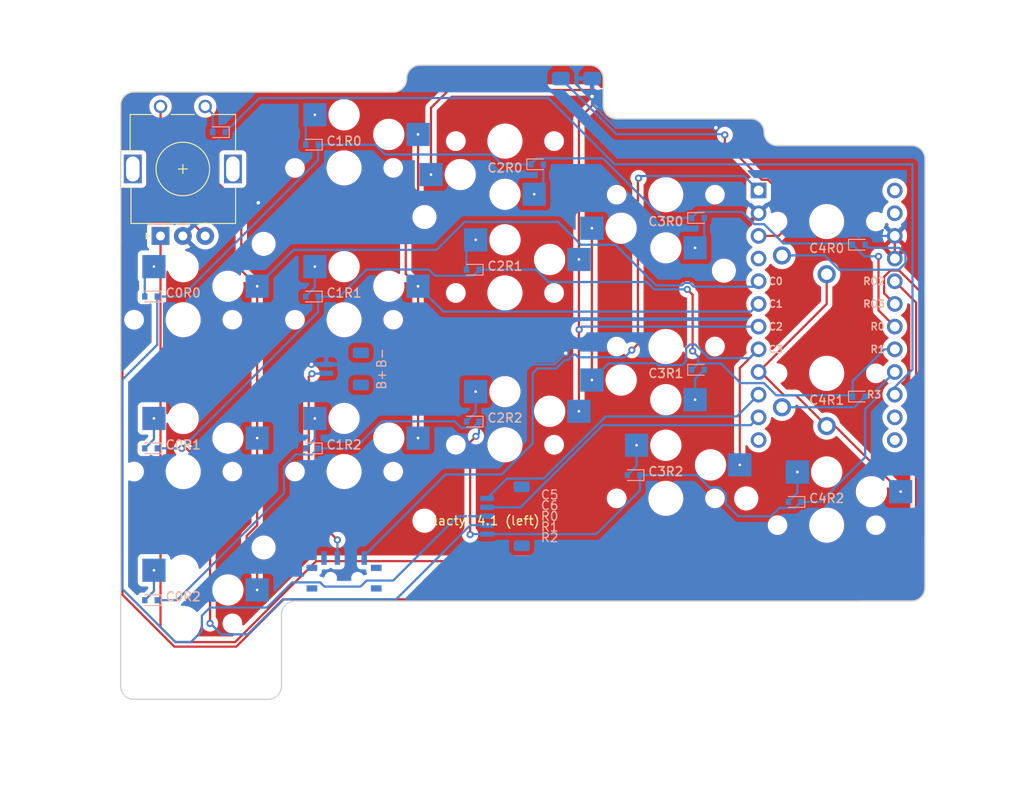
<source format=kicad_pcb>
(kicad_pcb (version 20221018) (generator pcbnew)
  (title_block (title "left") (rev "v1.0.0") (company "Unknown"))
  (layers (0 "F.Cu" signal) (31 "B.Cu" signal) (34 "B.Paste" user) (35 "F.Paste" user) (36 "B.SilkS" user "B.Silkscreen") (37 "F.SilkS" user "F.Silkscreen") (38 "B.Mask" user) (39 "F.Mask" user) (44 "Edge.Cuts" user))
  (net 0 "")
  (net 1 "C0")
  (net 2 "C0R0D")
  (net 3 "R0")
  (net 4 "C0R1D")
  (net 5 "R1")
  (net 6 "C0R2D")
  (net 7 "R2")
  (net 8 "C1")
  (net 9 "C1R0D")
  (net 10 "C1R1D")
  (net 11 "C1R2D")
  (net 12 "C2")
  (net 13 "C2R0D")
  (net 14 "C2R1D")
  (net 15 "C2R2D")
  (net 16 "C3")
  (net 17 "C3R0D")
  (net 18 "C3R1D")
  (net 19 "C3R2D")
  (net 20 "C4")
  (net 21 "C4R0D")
  (net 22 "C4R1D")
  (net 23 "C4R2D")
  (net 24 "C0R3D")
  (net 25 "P2")
  (net 26 "P3")
  (net 27 "GND")
  (net 28 "R3")
  (net 29 "RAW")
  (net 30 "BSLI")
  (net 31 "three")
  (net 32 "RST")
  (net 33 "VCC")
  (net 34 "C5")
  (net 35 "C6")
  (net 36 "P10")
  (net 37 "P1")
  (net 38 "P0")
  (net 39 "P8")
  (net 40 "P9")
  (footprint "MountingHole_2.2mm_M2" (layer "F.Cu") (at 63 -14)
    (fp_text reference "H5" hide)
    (fp_text value "")
  )
  (footprint "MountingHole_2.2mm_M2" (layer "F.Cu") (at 27 -11.5)
    (fp_text reference "H3" hide)
    (fp_text value "")
  )
  (footprint "somelogo" (layer "F.Cu") (at 33.5 -11.5)
    (fp_text reference "T1" hide)
    (fp_text value "Flactyl 4.1 (left)")
  )
  (footprint "MountingHole_2.2mm_M2" (layer "F.Cu") (at 27 -45.5)
    (fp_text reference "H4" hide)
    (fp_text value "")
  )
  (footprint "MountingHole_2.2mm_M2" (layer "F.Cu") (at 9 -42.5)
    (fp_text reference "H2" hide)
    (fp_text value "")
  )
  (footprint "easyeda:SW-TH_MSK12C02-HB-1" (layer "F.Cu") (at 18 -5.5 180)
    (fp_text reference "SS1" hide)
    (fp_text value "SW-TH_MSK12C02-HB-1" hide)
  )
  (footprint "rotary_encoder" (layer "F.Cu") (at 0 -51 90)
    (fp_text reference "ROT1" hide)
    (fp_text value "")
  )
  (footprint "MountingHole_2.2mm_M2" (layer "F.Cu") (at 9 -8.5)
    (fp_text reference "H1" hide)
    (fp_text value "")
  )
  (footprint "MountingHole_2.2mm_M2" (layer "F.Cu") (at 60.5 -39.5)
    (fp_text reference "H6" hide)
    (fp_text value "")
  )
  (footprint "Kailh_socket_PG1350_no_silk" (layer "B.Cu") (at 0 -17 180)
    (fp_text reference "S2" hide)
    (fp_text value "")
  )
  (footprint "Kailh_socket_PG1350_no_silk" (layer "B.Cu") (at 36 -54)
    (fp_text reference "S7" hide)
    (fp_text value "")
  )
  (footprint "D_SOD-523" (layer "B.Cu") (at 75.6 -25.4)
    (fp_text reference "D14" hide)
    (fp_text value "D_SOD-523")
  )
  (footprint "Kailh_socket_PG1350_no_silk" (layer "B.Cu") (at 72 -11 180)
    (fp_text reference "S15" hide)
    (fp_text value "")
  )
  (footprint "D_SOD-523" (layer "B.Cu") (at 39.6 -51.4)
    (fp_text reference "D7" hide)
    (fp_text value "D_SOD-523")
  )
  (footprint "NiceNano" (layer "B.Cu") (at 72 -34.5 -90)
    (fp_text reference "MCU1" hide)
    (fp_text value "" hide)
  )
  (footprint "D_SOD-523" (layer "B.Cu") (at -3.6 -2.6 180)
    (fp_text reference "D3" hide)
    (fp_text value "D_SOD-523")
  )
  (footprint "Kailh_socket_PG1350_no_silk" (layer "B.Cu") (at 54 -31)
    (fp_text reference "S11" hide)
    (fp_text value "")
  )
  (footprint "Kailh_socket_PG1350_no_silk" (layer "B.Cu") (at 54 -48)
    (fp_text reference "S10" hide)
    (fp_text value "")
  )
  (footprint "Kailh_socket_PG1350_no_silk" (layer "B.Cu") (at 36 -20 180)
    (fp_text reference "S9" hide)
    (fp_text value "")
  )
  (footprint "Kailh_socket_PG1350_no_silk" (layer "B.Cu") (at 72 -28)
    (fp_text reference "S14" hide)
    (fp_text value "")
  )
  (footprint "Kailh_socket_PG1350_no_silk" (layer "B.Cu") (at 54 -14 180)
    (fp_text reference "S12" hide)
    (fp_text value "")
  )
  (footprint "D_SOD-523" (layer "B.Cu") (at 50.4 -16.6 180)
    (fp_text reference "D12" hide)
    (fp_text value "D_SOD-523")
  )
  (footprint "D_SOD-523" (layer "B.Cu") (at 57.6 -28.4)
    (fp_text reference "D11" hide)
    (fp_text value "D_SOD-523")
  )
  (footprint "D_SOD-523" (layer "B.Cu") (at -3.6 -19.6 180)
    (fp_text reference "D2" hide)
    (fp_text value "D_SOD-523")
  )
  (footprint "D_SOD-523" (layer "B.Cu") (at -3.6 -36.6 180)
    (fp_text reference "D1" hide)
    (fp_text value "D_SOD-523")
  )
  (footprint "Kailh_socket_PG1350_no_silk" (layer "B.Cu") (at 18 -17 180)
    (fp_text reference "S6" hide)
    (fp_text value "")
  )
  (footprint "Kailh_socket_PG1350_no_silk" (layer "B.Cu") (at 0 -34 180)
    (fp_text reference "S1" hide)
    (fp_text value "")
  )
  (footprint "JST_SH_SM02B-SRSS-TB_1x02-1MP_P1.00mm_Horizontal" (layer "B.Cu") (at 18 -28.5 -90)
    (fp_text reference "JB1" hide)
    (fp_text value "JST_SH_SM02B-SRSS-TB_1x02-1MP_P1.00mm_Horizontal" hide)
  )
  (footprint "JST_SH_SM05B-SRSS-TB_1x05-1MP_P1.00mm_Horizontal" (layer "B.Cu") (at 36 -12 -90)
    (fp_text reference "JC1" hide)
    (fp_text value "")
  )
  (footprint "Kailh_socket_PG1350_no_silk" (layer "B.Cu") (at 72 -45)
    (fp_text reference "S13" hide)
    (fp_text value "")
  )
  (footprint "Kailh_socket_PG1350_no_silk" (layer "B.Cu") (at 36 -37 180)
    (fp_text reference "S8" hide)
    (fp_text value "")
  )
  (footprint "Kailh_socket_PG1350_no_silk" (layer "B.Cu") (at 18 -51 180)
    (fp_text reference "S4" hide)
    (fp_text value "")
  )
  (footprint "D_SOD-523" (layer "B.Cu") (at 14.4 -36.6 180)
    (fp_text reference "D5" hide)
    (fp_text value "D_SOD-523")
  )
  (footprint "D_SOD-523" (layer "B.Cu") (at 57.6 -45.4)
    (fp_text reference "D10" hide)
    (fp_text value "D_SOD-523")
  )
  (footprint "Kailh_socket_PG1350_no_silk" (layer "B.Cu") (at 18 -34 180)
    (fp_text reference "S5" hide)
    (fp_text value "")
  )
  (footprint "D_SOD-523" (layer "B.Cu") (at 14.4 -19.6 180)
    (fp_text reference "D6" hide)
    (fp_text value "D_SOD-523")
  )
  (footprint "D_SOD-523" (layer "B.Cu") (at 75.6 -42.4)
    (fp_text reference "D13" hide)
    (fp_text value "D_SOD-523")
  )
  (footprint "D_SOD-523" (layer "B.Cu") (at 32.4 -22.6 180)
    (fp_text reference "D9" hide)
    (fp_text value "D_SOD-523")
  )
  (footprint "Kailh_socket_PG1350_no_silk" (layer "B.Cu") (at 0 0 180)
    (fp_text reference "S3" hide)
    (fp_text value "")
  )
  (footprint "D_SOD-523" (layer "B.Cu") (at 14.4 -53.6 180)
    (fp_text reference "D4" hide)
    (fp_text value "D_SOD-523")
  )
  (footprint "D_SOD-523" (layer "B.Cu") (at 68.4 -13.6 180)
    (fp_text reference "D15" hide)
    (fp_text value "D_SOD-523")
  )
  (footprint "D_SOD-523" (layer "B.Cu") (at 4 -55 180)
    (fp_text reference "D16" hide)
    (fp_text value "D_SOD-523")
  )
  (footprint "b3u-1000P" (layer "B.Cu") (at 44 -61 180)
    (fp_text reference "SB1" hide)
    (fp_text value "b3u-1000P")
  )
  (footprint "D_SOD-523" (layer "B.Cu") (at 32.4 -39.6 180)
    (fp_text reference "D8" hide)
    (fp_text value "D_SOD-523")
  )
  (gr_line (start -7 7.01) (end -7 -58.01) (stroke (width 0.15)) (layer "Edge.Cuts"))
  (gr_line (start 63.51 -56.5) (end 48.49 -56.5) (stroke (width 0.15)) (layer "Edge.Cuts"))
  (gr_line (start 45.51 -62.5) (end 26.49 -62.5) (stroke (width 0.15)) (layer "Edge.Cuts"))
  (gr_arc (start 25 -60.99) (mid 24.563589 -59.936411) (end 23.51 -59.5) (stroke (width 0.15)) (layer "Edge.Cuts"))
  (gr_line (start 25 -61.01) (end 25 -60.99) (stroke (width 0.15)) (layer "Edge.Cuts"))
  (gr_arc (start 11 7.01) (mid 10.563589 8.063589) (end 9.51 8.5) (stroke (width 0.15)) (layer "Edge.Cuts"))
  (gr_line (start 83 -3.99) (end 83 -52.01) (stroke (width 0.15)) (layer "Edge.Cuts"))
  (gr_line (start -5.51 8.5) (end 9.51 8.5) (stroke (width 0.15)) (layer "Edge.Cuts"))
  (gr_arc (start 66.49 -53.5) (mid 65.436411 -53.936411) (end 65 -54.99) (stroke (width 0.15)) (layer "Edge.Cuts"))
  (gr_arc (start 25 -61.01) (mid 25.436411 -62.063589) (end 26.49 -62.5) (stroke (width 0.15)) (layer "Edge.Cuts"))
  (gr_arc (start -5.51 8.5) (mid -6.563589 8.063589) (end -7 7.01) (stroke (width 0.15)) (layer "Edge.Cuts"))
  (gr_line (start 12.49 -2.5) (end 81.51 -2.5) (stroke (width 0.15)) (layer "Edge.Cuts"))
  (gr_arc (start 63.51 -56.5) (mid 64.563589 -56.063589) (end 65 -55.01) (stroke (width 0.15)) (layer "Edge.Cuts"))
  (gr_arc (start 83 -3.99) (mid 82.563589 -2.936411) (end 81.51 -2.5) (stroke (width 0.15)) (layer "Edge.Cuts"))
  (gr_line (start 81.51 -53.5) (end 66.49 -53.5) (stroke (width 0.15)) (layer "Edge.Cuts"))
  (gr_line (start 11 7.01) (end 11 -1.01) (stroke (width 0.15)) (layer "Edge.Cuts"))
  (gr_arc (start 81.51 -53.5) (mid 82.563589 -53.063589) (end 83 -52.01) (stroke (width 0.15)) (layer "Edge.Cuts"))
  (gr_arc (start 11 -1.01) (mid 11.436411 -2.063589) (end 12.49 -2.5) (stroke (width 0.15)) (layer "Edge.Cuts"))
  (gr_arc (start 45.51 -62.5) (mid 46.563589 -62.063589) (end 47 -61.01) (stroke (width 0.15)) (layer "Edge.Cuts"))
  (gr_line (start 47 -57.99) (end 47 -61.01) (stroke (width 0.15)) (layer "Edge.Cuts"))
  (gr_arc (start 48.49 -56.5) (mid 47.436411 -56.936411) (end 47 -57.99) (stroke (width 0.15)) (layer "Edge.Cuts"))
  (gr_line (start 65 -54.99) (end 65 -55.01) (stroke (width 0.15)) (layer "Edge.Cuts"))
  (gr_line (start -5.51 -59.5) (end 23.51 -59.5) (stroke (width 0.15)) (layer "Edge.Cuts"))
  (gr_arc (start -7 -58.01) (mid -6.563589 -59.063589) (end -5.51 -59.5) (stroke (width 0.15)) (layer "Edge.Cuts"))
  (segment (start 7.1 -9.8) (end 7.1 -6.9) (width 0.25) (layer "F.Cu") (net 1))
  (segment (start 6.5 -47.9) (end 5.29 -47.9) (width 0.25) (layer "F.Cu") (net 1))
  (segment (start 7.1 -6.9) (end 8.275 -5.725) (width 0.25) (layer "F.Cu") (net 1))
  (segment (start 8.275 -37.75) (end 6.5 -39.525) (width 0.25) (layer "F.Cu") (net 1))
  (segment (start 5.29 -47.9) (end -2.54 -55.73) (width 0.25) (layer "F.Cu") (net 1))
  (segment (start 8.275 -20.75) (end 8.275 -37.75) (width 0.25) (layer "F.Cu") (net 1))
  (segment (start 8.275 -10.975) (end 7.1 -9.8) (width 0.25) (layer "F.Cu") (net 1))
  (segment (start 6.5 -39.525) (end 6.5 -47.9) (width 0.25) (layer "F.Cu") (net 1))
  (segment (start -2.54 -55.73) (end -2.54 -57.88) (width 0.25) (layer "F.Cu") (net 1))
  (segment (start 8.275 -20.75) (end 8.275 -10.975) (width 0.25) (layer "F.Cu") (net 1))
  (segment (start 8.275 -5.725) (end 8.275 -3.75) (width 0.25) (layer "F.Cu") (net 1))
  (segment (start 12.35 -41.825) (end 28.35 -41.825) (width 0.25) (layer "B.Cu") (net 1))
  (segment (start 57.125 -37.7) (end 63.77 -37.7) (width 0.25) (layer "B.Cu") (net 1))
  (segment (start 8.275 -37.75) (end 12.35 -41.825) (width 0.25) (layer "B.Cu") (net 1))
  (segment (start 41.95 -44.95) (end 44.5 -42.4) (width 0.25) (layer "B.Cu") (net 1))
  (segment (start 31.475 -44.95) (end 41.95 -44.95) (width 0.25) (layer "B.Cu") (net 1))
  (segment (start 44.5 -42.4) (end 48.35 -42.4) (width 0.25) (layer "B.Cu") (net 1))
  (segment (start 52.9 -37.85) (end 55.824695 -37.85) (width 0.25) (layer "B.Cu") (net 1))
  (segment (start 28.35 -41.825) (end 31.475 -44.95) (width 0.25) (layer "B.Cu") (net 1))
  (segment (start 56.7 -38.125) (end 57.125 -37.7) (width 0.25) (layer "B.Cu") (net 1))
  (segment (start 48.35 -42.4) (end 52.9 -37.85) (width 0.25) (layer "B.Cu") (net 1))
  (segment (start 56.099695 -38.125) (end 56.7 -38.125) (width 0.25) (layer "B.Cu") (net 1))
  (segment (start 63.77 -37.7) (end 64.38 -38.31) (width 0.25) (layer "B.Cu") (net 1))
  (segment (start 55.824695 -37.85) (end 56.099695 -38.125) (width 0.25) (layer "B.Cu") (net 1))
  (segment (start -4.3 -38.925) (end -3.275 -39.95) (width 0.25) (layer "B.Cu") (net 2))
  (segment (start -4.3 -36.6) (end -4.3 -38.925) (width 0.25) (layer "B.Cu") (net 2))
  (segment (start 77.8 -35.05) (end 79.62 -33.23) (width 0.25) (layer "F.Cu") (net 3))
  (segment (start 77.8 -41.1) (end 77.8 -35.05) (width 0.25) (layer "F.Cu") (net 3))
  (via (at 77.8 -41.1) (size 0.8) (drill 0.4) (layers "F.Cu" "B.Cu") (net 3))
  (segment (start 76.2 -41.1) (end 74.9 -42.4) (width 0.25) (layer "B.Cu") (net 3))
  (segment (start 65 -44.7) (end 67.159 -42.541) (width 0.25) (layer "B.Cu") (net 3))
  (segment (start -2.9 -31.2) (end -2.9 -36.6) (width 0.25) (layer "B.Cu") (net 3))
  (segment (start 22.59835 -52.5) (end 34.545001 -52.5) (width 0.25) (layer "B.Cu") (net 3))
  (segment (start 3.001501 -1.7775) (end 2.0895 -0.865499) (width 0.25) (layer "B.Cu") (net 3))
  (segment (start 77.8 -41.1) (end 76.2 -41.1) (width 0.25) (layer "B.Cu") (net 3))
  (segment (start 34.545001 -52.5) (end 35.645001 -51.4) (width 0.25) (layer "B.Cu") (net 3))
  (segment (start 34 -12) (end 30.7 -12) (width 0.25) (layer "B.Cu") (net 3))
  (segment (start -0.865499 2.0895) (end -6.8 -3.845001) (width 0.25) (layer "B.Cu") (net 3))
  (segment (start 67.159 -42.541) (end 74.759 -42.541) (width 0.25) (layer "B.Cu") (net 3))
  (segment (start 63.911105 -44.7) (end 65 -44.7) (width 0.25) (layer "B.Cu") (net 3))
  (segment (start 15.1 -51.866316) (end 15.1 -53.6) (width 0.25) (layer "B.Cu") (net 3))
  (segment (start 21.49835 -53.6) (end 22.59835 -52.5) (width 0.25) (layer "B.Cu") (net 3))
  (segment (start 30.7 -12) (end 23.5 -4.8) (width 0.25) (layer "B.Cu") (net 3))
  (segment (start -2.9 -36.6) (end -0.166316 -36.6) (width 0.25) (layer "B.Cu") (net 3))
  (segment (start 9.3775 -1.7775) (end 3.001501 -1.7775) (width 0.25) (layer "B.Cu") (net 3))
  (segment (start 2.0895 0.865499) (end 0.865499 2.0895) (width 0.25) (layer "B.Cu") (net 3))
  (segment (start 15.325 -4.595) (end 12.195 -4.595) (width 0.25) (layer "B.Cu") (net 3))
  (segment (start 56.9 -45.4) (end 57.575 -46.075) (width 0.25) (layer "B.Cu") (net 3))
  (segment (start 39.575 -52.075) (end 46.970001 -52.075) (width 0.25) (layer "B.Cu") (net 3))
  (segment (start 53.645001 -45.4) (end 56.9 -45.4) (width 0.25) (layer "B.Cu") (net 3))
  (segment (start 15.1 -53.6) (end 21.49835 -53.6) (width 0.25) (layer "B.Cu") (net 3))
  (segment (start -6.8 -3.845001) (end -6.8 -27.3) (width 0.25) (layer "B.Cu") (net 3))
  (segment (start 20.516726 -4.8) (end 19.841726 -4.125) (width 0.25) (layer "B.Cu") (net 3))
  (segment (start 38.9 -51.4) (end 39.575 -52.075) (width 0.25) (layer "B.Cu") (net 3))
  (segment (start 62.536105 -46.075) (end 63.911105 -44.7) (width 0.25) (layer "B.Cu") (net 3))
  (segment (start 46.970001 -52.075) (end 53.645001 -45.4) (width 0.25) (layer "B.Cu") (net 3))
  (segment (start 12.195 -4.595) (end 9.3775 -1.7775) (width 0.25) (layer "B.Cu") (net 3))
  (segment (start -0.166316 -36.6) (end 15.1 -51.866316) (width 0.25) (layer "B.Cu") (net 3))
  (segment (start 74.759 -42.541) (end 74.9 -42.4) (width 0.25) (layer "B.Cu") (net 3))
  (segment (start 19.841726 -4.125) (end 15.795 -4.125) (width 0.25) (layer "B.Cu") (net 3))
  (segment (start 0.865499 2.0895) (end -0.865499 2.0895) (width 0.25) (layer "B.Cu") (net 3))
  (segment (start -6.8 -27.3) (end -2.9 -31.2) (width 0.25) (layer "B.Cu") (net 3))
  (segment (start 35.645001 -51.4) (end 38.9 -51.4) (width 0.25) (layer "B.Cu") (net 3))
  (segment (start 23.5 -4.8) (end 20.516726 -4.8) (width 0.25) (layer "B.Cu") (net 3))
  (segment (start 2.0895 -0.865499) (end 2.0895 0.865499) (width 0.25) (layer "B.Cu") (net 3))
  (segment (start 57.575 -46.075) (end 62.536105 -46.075) (width 0.25) (layer "B.Cu") (net 3))
  (segment (start 15.795 -4.125) (end 15.325 -4.595) (width 0.25) (layer "B.Cu") (net 3))
  (segment (start -3.275 -20.625) (end -4.3 -19.6) (width 0.25) (layer "B.Cu") (net 4))
  (segment (start -3.275 -22.95) (end -3.275 -20.625) (width 0.25) (layer "B.Cu") (net 4))
  (segment (start 0.354999 -19.6) (end 3 -16.954999) (width 0.25) (layer "F.Cu") (net 5))
  (segment (start 57 -36.8) (end 56.4 -37.4) (width 0.25) (layer "F.Cu") (net 5))
  (segment (start -0.15 -19.6) (end 0.354999 -19.6) (width 0.25) (layer "F.Cu") (net 5))
  (segment (start 57 -30.5) (end 57 -36.8) (width 0.25) (layer "F.Cu") (net 5))
  (segment (start 3 -16.954999) (end 3 0) (width 0.25) (layer "F.Cu") (net 5))
  (via (at -0.15 -19.6) (size 0.8) (drill 0.4) (layers "F.Cu" "B.Cu") (net 5))
  (via (at 56.4 -37.4) (size 0.8) (drill 0.4) (layers "F.Cu" "B.Cu") (net 5))
  (via (at 57 -30.5) (size 0.8) (drill 0.4) (layers "F.Cu" "B.Cu") (net 5))
  (via (at 3 0) (size 0.8) (drill 0.4) (layers "F.Cu" "B.Cu") (net 5))
  (segment (start -0.166316 -19.6) (end -2.9 -19.6) (width 0.25) (layer "B.Cu") (net 5))
  (segment (start 78.456316 -30.69) (end 79.62 -30.69) (width 0.25) (layer "B.Cu") (net 5))
  (segment (start 11.138769 -2.702373) (end 7.210496 1.2259) (width 0.25) (layer "B.Cu") (net 5))
  (segment (start 7.210496 1.2259) (end 4.2759 1.2259) (width 0.25) (layer "B.Cu") (net 5))
  (segment (start 20.525 -39.625) (end 17.5 -36.6) (width 0.25) (layer "B.Cu") (net 5))
  (segment (start 57.6 -29.1) (end 57.6 -29.9) (width 0.25) (layer "B.Cu") (net 5))
  (segment (start -0.15 -19.6) (end -0.166316 -19.6) (width 0.25) (layer "B.Cu") (net 5))
  (segment (start 27.475 -39.625) (end 20.525 -39.625) (width 0.25) (layer "B.Cu") (net 5))
  (segment (start 66.359 -25.541) (end 65 -26.9) (width 0.25) (layer "B.Cu") (net 5))
  (segment (start -0.15 -19.616316) (end -0.15 -19.6) (width 0.25) (layer "B.Cu") (net 5))
  (segment (start 74.9 -25.4) (end 74.9 -27.133684) (width 0.25) (layer "B.Cu") (net 5))
  (segment (start 65 -26.9) (end 62.375 -26.9) (width 0.25) (layer "B.Cu") (net 5))
  (segment (start 57.6 -29.1) (end 56.9 -28.4) (width 0.25) (layer "B.Cu") (net 5))
  (segment (start 74.759 -25.541) (end 66.359 -25.541) (width 0.25) (layer "B.Cu") (net 5))
  (segment (start 74.9 -25.4) (end 74.759 -25.541) (width 0.25) (layer "B.Cu") (net 5))
  (segment (start 15.1 -36.6) (end 15.1 -34.866316) (width 0.25) (layer "B.Cu") (net 5))
  (segment (start 60.175 -29.1) (end 57.6 -29.1) (width 0.25) (layer "B.Cu") (net 5))
  (segment (start 4.2759 1.2259) (end 3.05 0) (width 0.25) (layer "B.Cu") (net 5))
  (segment (start 52.7 -37.4) (end 56.4 -37.4) (width 0.25) (layer "B.Cu") (net 5))
  (segment (start 17.5 -36.6) (end 15.1 -36.6) (width 0.25) (layer "B.Cu") (net 5))
  (segment (start 40.87245 -38.2259) (end 51.8741 -38.2259) (width 0.25) (layer "B.Cu") (net 5))
  (segment (start 15.1 -34.866316) (end -0.15 -19.616316) (width 0.25) (layer "B.Cu") (net 5))
  (segment (start 39.49835 -39.6) (end 40.87245 -38.2259) (width 0.25) (layer "B.Cu") (net 5))
  (segment (start 51.8741 -38.2259) (end 52.7 -37.4) (width 0.25) (layer "B.Cu") (net 5))
  (segment (start 23.827068 -2.702373) (end 11.138769 -2.702373) (width 0.25) (layer "B.Cu") (net 5))
  (segment (start 57.6 -29.9) (end 57 -30.5) (width 0.25) (layer "B.Cu") (net 5))
  (segment (start 34 -11) (end 32.124695 -11) (width 0.25) (layer "B.Cu") (net 5))
  (segment (start 28.175 -38.925) (end 27.475 -39.625) (width 0.25) (layer "B.Cu") (net 5))
  (segment (start 62.375 -26.9) (end 60.175 -29.1) (width 0.25) (layer "B.Cu") (net 5))
  (segment (start 32.124695 -11) (end 23.827068 -2.702373) (width 0.25) (layer "B.Cu") (net 5))
  (segment (start 32.425 -38.925) (end 28.175 -38.925) (width 0.25) (layer "B.Cu") (net 5))
  (segment (start 33.1 -39.6) (end 32.425 -38.925) (width 0.25) (layer "B.Cu") (net 5))
  (segment (start 74.9 -27.133684) (end 78.456316 -30.69) (width 0.25) (layer "B.Cu") (net 5))
  (segment (start 33.1 -39.6) (end 39.49835 -39.6) (width 0.25) (layer "B.Cu") (net 5))
  (segment (start -3.275 -3.625) (end -4.3 -2.6) (width 0.25) (layer "B.Cu") (net 6))
  (segment (start -3.275 -5.95) (end -3.275 -3.625) (width 0.25) (layer "B.Cu") (net 6))
  (segment (start 32.1 -20.3) (end 32.1 -9.95) (width 0.25) (layer "F.Cu") (net 7))
  (segment (start 32.75 -20.95) (end 32.1 -20.3) (width 0.25) (layer "F.Cu") (net 7))
  (via (at 32.75 -20.95) (size 0.8) (drill 0.4) (layers "F.Cu" "B.Cu") (net 7))
  (via (at 32.1 -9.95) (size 0.8) (drill 0.4) (layers "F.Cu" "B.Cu") (net 7))
  (segment (start 68.425 -12.925) (end 69.1 -13.6) (width 0.25) (layer "B.Cu") (net 7))
  (segment (start 77.7 -25.388895) (end 77.7 -26.3) (width 0.25) (layer "B.Cu") (net 7))
  (segment (start 69.1 -13.6) (end 71.30165 -13.6) (width 0.25) (layer "B.Cu") (net 7))
  (segment (start 32.4 -21.9) (end 33.1 -22.6) (width 0.25) (layer "B.Cu") (net 7))
  (segment (start 11.2741 -14.57245) (end 11.2741 -17.5991) (width 0.25) (layer "B.Cu") (net 7))
  (segment (start 58.992216 -15.2259) (end 60.007784 -15.2259) (width 0.25) (layer "B.Cu") (net 7))
  (segment (start -2.9 -2.6) (end -0.69835 -2.6) (width 0.25) (layer "B.Cu") (net 7))
  (segment (start 65.766316 -12) (end 66.691316 -12.925) (width 0.25) (layer "B.Cu") (net 7))
  (segment (start 34 -10) (end 46.233684 -10) (width 0.25) (layer "B.Cu") (net 7))
  (segment (start 31.1 -21.9) (end 32.4 -21.9) (width 0.25) (layer "B.Cu") (net 7))
  (segment (start 62.09835 -12) (end 65.766316 -12) (width 0.25) (layer "B.Cu") (net 7))
  (segment (start 58.932333 -15.166017) (end 58.992216 -15.2259) (width 0.25) (layer "B.Cu") (net 7))
  (segment (start 34 -10) (end 32.3 -10) (width 0.25) (layer "B.Cu") (net 7))
  (segment (start 76.3 -23.988895) (end 77.7 -25.388895) (width 0.25) (layer "B.Cu") (net 7))
  (segment (start 11.2741 -17.5991) (end 12.6 -18.925) (width 0.25) (layer "B.Cu") (net 7))
  (segment (start 60.7259 -13.37245) (end 62.09835 -12) (width 0.25) (layer "B.Cu") (net 7))
  (segment (start 77.7 -26.3) (end 77.77 -26.3) (width 0.25) (layer "B.Cu") (net 7))
  (segment (start 32.1 -9.95) (end 32.25 -9.95) (width 0.25) (layer "B.Cu") (net 7))
  (segment (start 60.007784 -15.2259) (end 60.7259 -14.507784) (width 0.25) (layer "B.Cu") (net 7))
  (segment (start 77.77 -26.3) (end 79.62 -28.15) (width 0.25) (layer "B.Cu") (net 7))
  (segment (start 51.1 -14.866316) (end 51.1 -16.6) (width 0.25) (layer "B.Cu") (net 7))
  (segment (start 14.425 -18.925) (end 15.1 -19.6) (width 0.25) (layer "B.Cu") (net 7))
  (segment (start 51.1 -16.6) (end 57.49835 -16.6) (width 0.25) (layer "B.Cu") (net 7))
  (segment (start 19.19835 -19.6) (end 22.22335 -22.625) (width 0.25) (layer "B.Cu") (net 7))
  (segment (start 60.7259 -14.507784) (end 60.7259 -13.37245) (width 0.25) (layer "B.Cu") (net 7))
  (segment (start 33.1 -21.3) (end 32.75 -20.95) (width 0.25) (layer "B.Cu") (net 7))
  (segment (start 15.1 -19.6) (end 19.19835 -19.6) (width 0.25) (layer "B.Cu") (net 7))
  (segment (start 66.691316 -12.925) (end 68.425 -12.925) (width 0.25) (layer "B.Cu") (net 7))
  (segment (start 76.3 -18.59835) (end 76.3 -23.988895) (width 0.25) (layer "B.Cu") (net 7))
  (segment (start -0.69835 -2.6) (end 11.2741 -14.57245) (width 0.25) (layer "B.Cu") (net 7))
  (segment (start 22.22335 -22.625) (end 30.375 -22.625) (width 0.25) (layer "B.Cu") (net 7))
  (segment (start 33.1 -22.6) (end 33.1 -21.3) (width 0.25) (layer "B.Cu") (net 7))
  (segment (start 12.6 -18.925) (end 14.425 -18.925) (width 0.25) (layer "B.Cu") (net 7))
  (segment (start 71.30165 -13.6) (end 76.3 -18.59835) (width 0.25) (layer "B.Cu") (net 7))
  (segment (start 32.3 -10) (end 32.1 -9.95) (width 0.25) (layer "B.Cu") (net 7))
  (segment (start 30.375 -22.625) (end 31.1 -21.9) (width 0.25) (layer "B.Cu") (net 7))
  (segment (start 57.49835 -16.6) (end 58.932333 -15.166017) (width 0.25) (layer "B.Cu") (net 7))
  (segment (start 46.233684 -10) (end 51.1 -14.866316) (width 0.25) (layer "B.Cu") (net 7))
  (segment (start 26.275 -37.75) (end 26.275 -20.75) (width 0.25) (layer "F.Cu") (net 8))
  (segment (start 24.9 -39.125) (end 26.275 -37.75) (width 0.25) (layer "F.Cu") (net 8))
  (segment (start 26.275 -54.75) (end 26.275 -47.775) (width 0.25) (layer "F.Cu") (net 8))
  (segment (start 24.9 -46.4) (end 24.9 -39.125) (width 0.25) (layer "F.Cu") (net 8))
  (segment (start 26.275 -47.775) (end 24.9 -46.4) (width 0.25) (layer "F.Cu") (net 8))
  (segment (start 29.1145 -34.9105) (end 63.5205 -34.9105) (width 0.25) (layer "B.Cu") (net 8))
  (segment (start 26.275 -37.75) (end 29.1145 -34.9105) (width 0.25) (layer "B.Cu") (net 8))
  (segment (start 63.5205 -34.9105) (end 64.38 -35.77) (width 0.25) (layer "B.Cu") (net 8))
  (segment (start 13.7 -53.6) (end 13.7 -55.925) (width 0.25) (layer "B.Cu") (net 9))
  (segment (start 13.7 -55.925) (end 14.725 -56.95) (width 0.25) (layer "B.Cu") (net 9))
  (segment (start 14.725 -37.625) (end 13.7 -36.6) (width 0.25) (layer "B.Cu") (net 10))
  (segment (start 14.725 -39.95) (end 14.725 -37.625) (width 0.25) (layer "B.Cu") (net 10))
  (segment (start 14.725 -22.95) (end 14.725 -20.625) (width 0.25) (layer "B.Cu") (net 11))
  (segment (start 14.725 -20.625) (end 13.7 -19.6) (width 0.25) (layer "B.Cu") (net 11))
  (segment (start 29.725 -59.725) (end 27.725 -57.725) (width 0.25) (layer "F.Cu") (net 12))
  (segment (start 27.725 -57.725) (end 27.725 -50.25) (width 0.25) (layer "F.Cu") (net 12))
  (segment (start 44.275 -32.875) (end 44.3 -32.9) (width 0.25) (layer "F.Cu") (net 12))
  (segment (start 44.275 -56.499695) (end 46.475 -58.699695) (width 0.25) (layer "F.Cu") (net 12))
  (segment (start 44.3 -32.9) (end 44.275 -32.925) (width 0.25) (layer "F.Cu") (net 12))
  (segment (start 44.275 -40.75) (end 44.275 -56.499695) (width 0.25) (layer "F.Cu") (net 12))
  (segment (start 46.050305 -59.725) (end 29.725 -59.725) (width 0.25) (layer "F.Cu") (net 12))
  (segment (start 44.275 -23.75) (end 44.275 -32.875) (width 0.25) (layer "F.Cu") (net 12))
  (segment (start 44.275 -32.925) (end 44.275 -40.75) (width 0.25) (layer "F.Cu") (net 12))
  (segment (start 46.475 -59.300305) (end 46.050305 -59.725) (width 0.25) (layer "F.Cu") (net 12))
  (segment (start 46.475 -58.699695) (end 46.475 -59.300305) (width 0.25) (layer "F.Cu") (net 12))
  (via (at 44.3 -32.9) (size 0.8) (drill 0.4) (layers "F.Cu" "B.Cu") (net 12))
  (segment (start 44.63 -33.23) (end 44.3 -32.9) (width 0.25) (layer "B.Cu") (net 12))
  (segment (start 64.38 -33.23) (end 44.63 -33.23) (width 0.25) (layer "B.Cu") (net 12))
  (segment (start 40.3 -51.4) (end 40.3 -49.075) (width 0.25) (layer "B.Cu") (net 13))
  (segment (start 40.3 -49.075) (end 39.275 -48.05) (width 0.25) (layer "B.Cu") (net 13))
  (segment (start 31.7 -39.6) (end 31.7 -41.925) (width 0.25) (layer "B.Cu") (net 14))
  (segment (start 31.7 -41.925) (end 32.725 -42.95) (width 0.25) (layer "B.Cu") (net 14))
  (segment (start 32.725 -25.95) (end 32.725 -23.625) (width 0.25) (layer "B.Cu") (net 15))
  (segment (start 32.725 -23.625) (end 31.7 -22.6) (width 0.25) (layer "B.Cu") (net 15))
  (segment (start 62.275 -28.585) (end 64.38 -30.69) (width 0.25) (layer "F.Cu") (net 16))
  (segment (start 62.275 -17.75) (end 62.275 -28.585) (width 0.25) (layer "F.Cu") (net 16))
  (segment (start 45.725 -44.25) (end 45.725 -27.25) (width 0.25) (layer "F.Cu") (net 16))
  (segment (start 47.6 -29.125) (end 52.920001 -29.125) (width 0.25) (layer "B.Cu") (net 16))
  (segment (start 56.699695 -31.225) (end 57.300305 -31.225) (width 0.25) (layer "B.Cu") (net 16))
  (segment (start 52.920001 -29.125) (end 53.134501 -28.9105) (width 0.25) (layer "B.Cu") (net 16))
  (segment (start 53.134501 -28.9105) (end 55.835195 -28.9105) (width 0.25) (layer "B.Cu") (net 16))
  (segment (start 55.835195 -28.9105) (end 56.275 -29.350305) (width 0.25) (layer "B.Cu") (net 16))
  (segment (start 45.725 -27.25) (end 47.6 -29.125) (width 0.25) (layer "B.Cu") (net 16))
  (segment (start 56.275 -30.800305) (end 56.699695 -31.225) (width 0.25) (layer "B.Cu") (net 16))
  (segment (start 58.825305 -29.7) (end 63.39 -29.7) (width 0.25) (layer "B.Cu") (net 16))
  (segment (start 56.275 -29.350305) (end 56.275 -30.800305) (width 0.25) (layer "B.Cu") (net 16))
  (segment (start 57.300305 -31.225) (end 58.825305 -29.7) (width 0.25) (layer "B.Cu") (net 16))
  (segment (start 63.39 -29.7) (end 64.38 -30.69) (width 0.25) (layer "B.Cu") (net 16))
  (segment (start 58.3 -43.075) (end 57.275 -42.05) (width 0.25) (layer "B.Cu") (net 17))
  (segment (start 58.3 -45.4) (end 58.3 -43.075) (width 0.25) (layer "B.Cu") (net 17))
  (segment (start 57.275 -27.375) (end 58.3 -28.4) (width 0.25) (layer "B.Cu") (net 18))
  (segment (start 57.275 -25.05) (end 57.275 -27.375) (width 0.25) (layer "B.Cu") (net 18))
  (segment (start 50.725 -17.625) (end 49.7 -16.6) (width 0.25) (layer "B.Cu") (net 19))
  (segment (start 50.725 -19.95) (end 50.725 -17.625) (width 0.25) (layer "B.Cu") (net 19))
  (segment (start 72.925 -22.1) (end 72 -22.1) (width 0.25) (layer "F.Cu") (net 20))
  (segment (start 67.225316 -25.541) (end 68.559 -25.541) (width 0.25) (layer "F.Cu") (net 20))
  (segment (start 68.559 -25.541) (end 72 -22.1) (width 0.25) (layer "F.Cu") (net 20))
  (segment (start 72 -39.1) (end 72 -35.77) (width 0.25) (layer "F.Cu") (net 20))
  (segment (start 80.275 -14.75) (end 72.925 -22.1) (width 0.25) (layer "F.Cu") (net 20))
  (segment (start 72 -35.77) (end 64.38 -28.15) (width 0.25) (layer "F.Cu") (net 20))
  (segment (start 64.38 -28.15) (end 64.616316 -28.15) (width 0.25) (layer "F.Cu") (net 20))
  (segment (start 64.616316 -28.15) (end 67.225316 -25.541) (width 0.25) (layer "F.Cu") (net 20))
  (segment (start 80.117595 -42.0513) (end 80.8213 -41.347595) (width 0.25) (layer "B.Cu") (net 21))
  (segment (start 80.068895 -39.6) (end 73.396461 -39.6) (width 0.25) (layer "B.Cu") (net 21))
  (segment (start 80.8213 -41.347595) (end 80.8213 -40.352405) (width 0.25) (layer "B.Cu") (net 21))
  (segment (start 76.6487 -42.0513) (end 80.117595 -42.0513) (width 0.25) (layer "B.Cu") (net 21))
  (segment (start 73.396461 -39.6) (end 71.796461 -41.2) (width 0.25) (layer "B.Cu") (net 21))
  (segment (start 80.8213 -40.352405) (end 80.068895 -39.6) (width 0.25) (layer "B.Cu") (net 21))
  (segment (start 76.3 -42.4) (end 76.6487 -42.0513) (width 0.25) (layer "B.Cu") (net 21))
  (segment (start 71.796461 -41.2) (end 67 -41.2) (width 0.25) (layer "B.Cu") (net 21))
  (segment (start 75.1 -24.2) (end 76.3 -25.4) (width 0.25) (layer "B.Cu") (net 22))
  (segment (start 67 -24.2) (end 75.1 -24.2) (width 0.25) (layer "B.Cu") (net 22))
  (segment (start 68.725 -16.95) (end 68.725 -14.625) (width 0.25) (layer "B.Cu") (net 23))
  (segment (start 68.725 -14.625) (end 67.7 -13.6) (width 0.25) (layer "B.Cu") (net 23))
  (segment (start 3.3 -57.04) (end 2.46 -57.88) (width 0.25) (layer "B.Cu") (net 24))
  (segment (start 3.3 -55) (end 3.3 -57.04) (width 0.25) (layer "B.Cu") (net 24))
  (segment (start 82 -9.5) (end 82 -35.93) (width 0.25) (layer "F.Cu") (net 25))
  (segment (start 79.475 -6.975) (end 82 -9.5) (width 0.25) (layer "F.Cu") (net 25))
  (segment (start 5.8105 2.0895) (end 14.875 -6.975) (width 0.25) (layer "F.Cu") (net 25))
  (segment (start -2.54 -43.38) (end -2.54 0.414999) (width 0.25) (layer "F.Cu") (net 25))
  (segment (start 82 -35.93) (end 79.62 -38.31) (width 0.25) (layer "F.Cu") (net 25))
  (segment (start -2.54 0.414999) (end -0.865499 2.0895) (width 0.25) (layer "F.Cu") (net 25))
  (segment (start 14.875 -6.975) (end 79.475 -6.975) (width 0.25) (layer "F.Cu") (net 25))
  (segment (start -0.865499 2.0895) (end 5.8105 2.0895) (width 0.25) (layer "F.Cu") (net 25))
  (segment (start 82.8 -9.663604) (end 75.836396 -2.7) (width 0.25) (layer "F.Cu") (net 26))
  (segment (start 78.4187 -38.807595) (end 79.122405 -39.5113) (width 0.25) (layer "F.Cu") (net 26))
  (segment (start 79.62 -35.77) (end 78.4187 -36.9713) (width 0.25) (layer "F.Cu") (net 26))
  (segment (start 82.8 -36.828895) (end 82.8 -9.663604) (width 0.25) (layer "F.Cu") (net 26))
  (segment (start -6.8 -3.208605) (end -6.8 -42.2) (width 0.25) (layer "F.Cu") (net 26))
  (segment (start 1.04 -44.8) (end 2.46 -43.38) (width 0.25) (layer "F.Cu") (net 26))
  (segment (start 78.4187 -36.9713) (end 78.4187 -38.807595) (width 0.25) (layer "F.Cu") (net 26))
  (segment (start -0.991395 2.6) (end -6.8 -3.208605) (width 0.25) (layer "F.Cu") (net 26))
  (segment (start -4.2 -44.8) (end 1.04 -44.8) (width 0.25) (layer "F.Cu") (net 26))
  (segment (start 80.117595 -39.5113) (end 82.8 -36.828895) (width 0.25) (layer "F.Cu") (net 26))
  (segment (start 75.836396 -2.7) (end 11.236396 -2.7) (width 0.25) (layer "F.Cu") (net 26))
  (segment (start -6.8 -42.2) (end -4.2 -44.8) (width 0.25) (layer "F.Cu") (net 26))
  (segment (start 5.936396 2.6) (end -0.991395 2.6) (width 0.25) (layer "F.Cu") (net 26))
  (segment (start 11.236396 -2.7) (end 5.936396 2.6) (width 0.25) (layer "F.Cu") (net 26))
  (segment (start 79.122405 -39.5113) (end 80.117595 -39.5113) (width 0.25) (layer "F.Cu") (net 26))
  (segment (start 14.1 -29.25) (end 14.1 -41.35) (width 0.25) (layer "F.Cu") (net 27))
  (segment (start 64.38 -45.93) (end 59.6 -50.71) (width 0.25) (layer "F.Cu") (net 27))
  (segment (start 45.75 -59) (end 42.875 -56.125) (width 0.25) (layer "F.Cu") (net 27))
  (segment (start 14.35 -29) (end 14.1 -29.25) (width 0.25) (layer "F.Cu") (net 27))
  (segment (start 42.875 -30.275) (end 42.85 -30.25) (width 0.25) (layer "F.Cu") (net 27))
  (segment (start 59.6 -50.71) (end 59.6 -55.5) (width 0.25) (layer "F.Cu") (net 27))
  (segment (start 79.62 -43.39) (end 79.62 -40.85) (width 0.25) (layer "F.Cu") (net 27))
  (segment (start 42.875 -56.125) (end 42.875 -30.275) (width 0.25) (layer "F.Cu") (net 27))
  (segment (start 14.1 -41.35) (end 8.4 -47.05) (width 0.25) (layer "F.Cu") (net 27))
  (via (at 14.35 -29) (size 0.8) (drill 0.4) (layers "F.Cu" "B.Cu") (net 27))
  (via (at 42.8 -30.25) (size 0.8) (drill 0.4) (layers "F.Cu" "B.Cu") (net 27))
  (via (at 45.75 -59) (size 0.8) (drill 0.4) (layers "F.Cu" "B.Cu") (net 27))
  (via (at 59.6 -55.5) (size 0.8) (drill 0.4) (layers "F.Cu" "B.Cu") (net 27))
  (via (at 8.4 -47.1) (size 0.8) (drill 0.4) (layers "F.Cu" "B.Cu") (net 27))
  (segment (start 16 -29) (end 14.35 -29) (width 0.25) (layer "B.Cu") (net 27))
  (segment (start 76.564999 -43.39) (end 72.865499 -47.0895) (width 0.25) (layer "B.Cu") (net 27))
  (segment (start 65.5395 -47.0895) (end 64.38 -45.93) (width 0.25) (layer "B.Cu") (net 27))
  (segment (start 3.68 -47.1) (end -0.04 -43.38) (width 0.25) (layer "B.Cu") (net 27))
  (segment (start 8.4 -47.1) (end 3.68 -47.1) (width 0.25) (layer "B.Cu") (net 27))
  (segment (start 45.75 -59) (end 45.75 -61) (width 0.25) (layer "B.Cu") (net 27))
  (segment (start 45.75 -58.15) (end 48.4 -55.5) (width 0.25) (layer "B.Cu") (net 27))
  (segment (start 42.8 -30.25) (end 41.55 -29) (width 0.25) (layer "B.Cu") (net 27))
  (segment (start 48.4 -55.5) (end 59.6 -55.5) (width 0.25) (layer "B.Cu") (net 27))
  (segment (start 45.75 -59) (end 45.75 -58.15) (width 0.25) (layer "B.Cu") (net 27))
  (segment (start 79.62 -43.39) (end 76.564999 -43.39) (width 0.25) (layer "B.Cu") (net 27))
  (segment (start 72.865499 -47.0895) (end 65.5395 -47.0895) (width 0.25) (layer "B.Cu") (net 27))
  (segment (start 41.55 -29) (end 16 -29) (width 0.25) (layer "B.Cu") (net 27))
  (segment (start 40.856397 -58.825) (end 8.525 -58.825) (width 0.25) (layer "B.Cu") (net 28))
  (segment (start 8.525 -58.825) (end 4.7 -55) (width 0.25) (layer "B.Cu") (net 28))
  (segment (start 78.778895 -25.61) (end 81.6 -28.431105) (width 0.25) (layer "B.Cu") (net 28))
  (segment (start 81.6 -28.431105) (end 81.6 -51.4) (width 0.25) (layer "B.Cu") (net 28))
  (segment (start 81.6 -51.4) (end 48.281397 -51.4) (width 0.25) (layer "B.Cu") (net 28))
  (segment (start 48.281397 -51.4) (end 40.856397 -58.825) (width 0.25) (layer "B.Cu") (net 28))
  (segment (start 79.62 -25.61) (end 78.778895 -25.61) (width 0.25) (layer "B.Cu") (net 28))
  (segment (start 50.875 -31.275) (end 50.875 -49.825) (width 0.25) (layer "F.Cu") (net 29))
  (segment (start 50.2 -30.6) (end 50.875 -31.275) (width 0.25) (layer "F.Cu") (net 29))
  (segment (start 50.875 -49.825) (end 50.9 -49.85) (width 0.25) (layer "F.Cu") (net 29))
  (via (at 50.95 -49.85) (size 0.8) (drill 0.4) (layers "F.Cu" "B.Cu") (net 29))
  (via (at 50.2 -30.6) (size 0.8) (drill 0.4) (layers "F.Cu" "B.Cu") (net 29))
  (segment (start 39.65 -28.55) (end 39.1 -28) (width 0.25) (layer "B.Cu") (net 29))
  (segment (start 50.2 -30.6) (end 49.3741 -29.7741) (width 0.25) (layer "B.Cu") (net 29))
  (segment (start 47.966316 -29.8) (end 44.2 -29.8) (width 0.25) (layer "B.Cu") (net 29))
  (segment (start 41.75 -28.55) (end 39.65 -28.55) (width 0.25) (layer "B.Cu") (net 29))
  (segment (start 29.35 -16.675) (end 20.25 -7.575) (width 0.25) (layer "B.Cu") (net 29))
  (segment (start 62.7605 -50.0895) (end 64.38 -48.47) (width 0.25) (layer "B.Cu") (net 29))
  (segment (start 49.3741 -29.7741) (end 47.992216 -29.7741) (width 0.25) (layer "B.Cu") (net 29))
  (segment (start 35.629999 -16.675) (end 29.35 -16.675) (width 0.25) (layer "B.Cu") (net 29))
  (segment (start 43.675305 -30.1) (end 43.075305 -29.5) (width 0.25) (layer "B.Cu") (net 29))
  (segment (start 43.9 -30.1) (end 43.675305 -30.1) (width 0.25) (layer "B.Cu") (net 29))
  (segment (start 44.2 -29.8) (end 43.9 -30.1) (width 0.25) (layer "B.Cu") (net 29))
  (segment (start 42.7 -29.5) (end 41.75 -28.55) (width 0.25) (layer "B.Cu") (net 29))
  (segment (start 39.1 -20.145001) (end 35.629999 -16.675) (width 0.25) (layer "B.Cu") (net 29))
  (segment (start 47.992216 -29.7741) (end 47.966316 -29.8) (width 0.25) (layer "B.Cu") (net 29))
  (segment (start 43.075305 -29.5) (end 42.7 -29.5) (width 0.25) (layer "B.Cu") (net 29))
  (segment (start 51.1895 -50.0895) (end 62.7605 -50.0895) (width 0.25) (layer "B.Cu") (net 29))
  (segment (start 39.1 -28) (end 39.1 -20.145001) (width 0.25) (layer "B.Cu") (net 29))
  (segment (start 14.05 -27.6) (end 14.05 -12.55) (width 0.25) (layer "F.Cu") (net 30))
  (segment (start 14.05 -12.55) (end 17.25 -9.35) (width 0.25) (layer "F.Cu") (net 30))
  (segment (start 14.4 -27.95) (end 14.05 -27.6) (width 0.25) (layer "F.Cu") (net 30))
  (via (at 17.25 -9.35) (size 0.8) (drill 0.4) (layers "F.Cu" "B.Cu") (net 30))
  (via (at 14.4 -27.95) (size 0.8) (drill 0.4) (layers "F.Cu" "B.Cu") (net 30))
  (segment (start 17.25 -7.575) (end 17.25 -9.35) (width 0.25) (layer "B.Cu") (net 30))
  (segment (start 16 -28) (end 14.4 -27.95) (width 0.25) (layer "B.Cu") (net 30))
  (segment (start 67.7259 -44.492216) (end 66.623684 -43.39) (width 0.25) (layer "F.Cu") (net 32))
  (segment (start 66.623684 -43.39) (end 64.38 -43.39) (width 0.25) (layer "F.Cu") (net 32))
  (segment (start 64.742735 -49.6713) (end 65.4287 -49.6713) (width 0.25) (layer "F.Cu") (net 32))
  (segment (start 67.7259 -47.3741) (end 67.7259 -44.492216) (width 0.25) (layer "F.Cu") (net 32))
  (segment (start 60.6 -54.7) (end 60.6 -53.814035) (width 0.25) (layer "F.Cu") (net 32))
  (segment (start 60.6 -53.814035) (end 64.742735 -49.6713) (width 0.25) (layer "F.Cu") (net 32))
  (segment (start 65.4287 -49.6713) (end 67.7259 -47.3741) (width 0.25) (layer "F.Cu") (net 32))
  (via (at 60.6 -54.7) (size 0.8) (drill 0.4) (layers "F.Cu" "B.Cu") (net 32))
  (segment (start 42.25 -61) (end 48.475 -54.775) (width 0.25) (layer "B.Cu") (net 32))
  (segment (start 48.475 -54.775) (end 60.525 -54.775) (width 0.25) (layer "B.Cu") (net 32))
  (segment (start 60.525 -54.775) (end 60.6 -54.7) (width 0.25) (layer "B.Cu") (net 32))
  (segment (start 47.275 -23.175) (end 40.325 -16.225) (width 0.25) (layer "B.Cu") (net 34))
  (segment (start 64.38 -25.61) (end 61.945 -23.175) (width 0.25) (layer "B.Cu") (net 34))
  (segment (start 40.325 -16.225) (end 36.225 -16.225) (width 0.25) (layer "B.Cu") (net 34))
  (segment (start 36.225 -16.225) (end 34 -14) (width 0.25) (layer "B.Cu") (net 34))
  (segment (start 61.945 -23.175) (end 47.275 -23.175) (width 0.25) (layer "B.Cu") (net 34))
  (segment (start 37.736396 -13) (end 34 -13) (width 0.25) (layer "B.Cu") (net 35))
  (segment (start 63.5037 -22.1937) (end 46.930096 -22.1937) (width 0.25) (layer "B.Cu") (net 35))
  (segment (start 46.930096 -22.1937) (end 37.736396 -13) (width 0.25) (layer "B.Cu") (net 35))
  (segment (start 64.38 -23.07) (end 63.5037 -22.1937) (width 0.25) (layer "B.Cu") (net 35))
  (zone (net 27) (net_name "GND") (layers "F&B.Cu") (connect_pads (clearance 0.508)) (min_thickness 0.25) (fill yes (thermal_gap 0.5) (thermal_bridge_width 0.5))
    (polygon (pts (xy -19.1 -66.1) (xy -20.5 18.4) (xy 94.1 20.1) (xy 90.6 -69.8)))
  )
)
</source>
